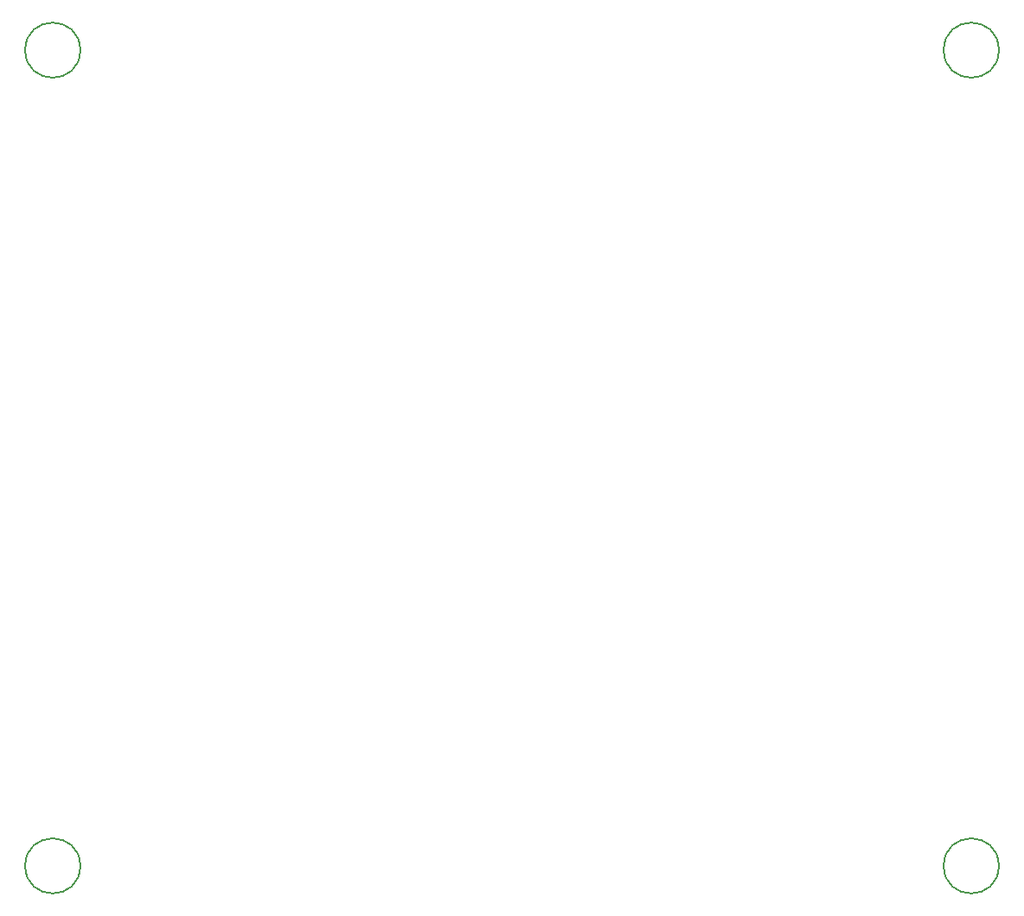
<source format=gbr>
%TF.GenerationSoftware,KiCad,Pcbnew,8.0.2*%
%TF.CreationDate,2024-10-13T04:04:11-03:00*%
%TF.ProjectId,ESCX,45534358-2e6b-4696-9361-645f70636258,rev?*%
%TF.SameCoordinates,Original*%
%TF.FileFunction,Other,Comment*%
%FSLAX46Y46*%
G04 Gerber Fmt 4.6, Leading zero omitted, Abs format (unit mm)*
G04 Created by KiCad (PCBNEW 8.0.2) date 2024-10-13 04:04:11*
%MOMM*%
%LPD*%
G01*
G04 APERTURE LIST*
%ADD10C,0.150000*%
G04 APERTURE END LIST*
D10*
%TO.C,H1*%
X106700000Y-49000000D02*
G75*
G02*
X101300000Y-49000000I-2700000J0D01*
G01*
X101300000Y-49000000D02*
G75*
G02*
X106700000Y-49000000I2700000J0D01*
G01*
%TO.C,H2*%
X196700000Y-129000000D02*
G75*
G02*
X191300000Y-129000000I-2700000J0D01*
G01*
X191300000Y-129000000D02*
G75*
G02*
X196700000Y-129000000I2700000J0D01*
G01*
%TO.C,H4*%
X196700000Y-49000000D02*
G75*
G02*
X191300000Y-49000000I-2700000J0D01*
G01*
X191300000Y-49000000D02*
G75*
G02*
X196700000Y-49000000I2700000J0D01*
G01*
%TO.C,H3*%
X106700000Y-129000000D02*
G75*
G02*
X101300000Y-129000000I-2700000J0D01*
G01*
X101300000Y-129000000D02*
G75*
G02*
X106700000Y-129000000I2700000J0D01*
G01*
%TD*%
M02*

</source>
